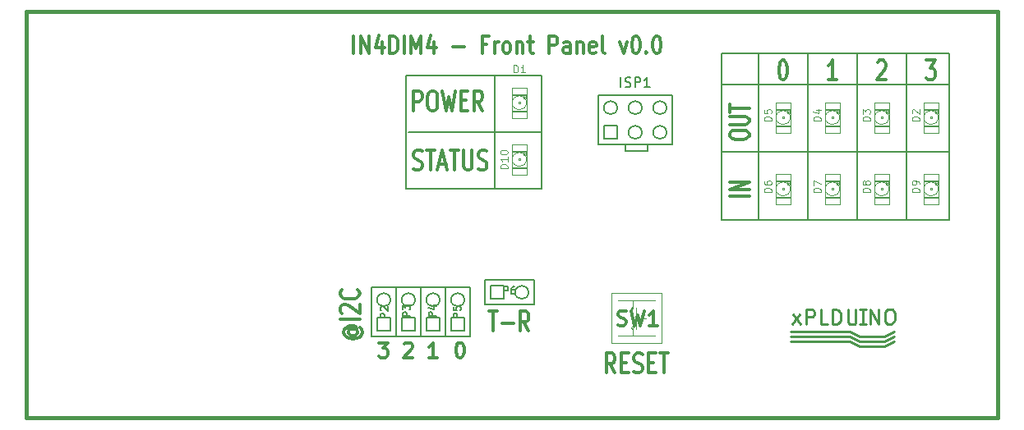
<source format=gto>
G04 (created by PCBNEW (2013-jul-07)-stable) date mer. 26 nov. 2014 20:09:27 CET*
%MOIN*%
G04 Gerber Fmt 3.4, Leading zero omitted, Abs format*
%FSLAX34Y34*%
G01*
G70*
G90*
G04 APERTURE LIST*
%ADD10C,0.00590551*%
%ADD11C,0.00708661*%
%ADD12C,0.012*%
%ADD13C,0.015*%
%ADD14C,0.011811*%
%ADD15C,0.0026*%
%ADD16C,0.004*%
%ADD17C,0.008*%
%ADD18C,0.006*%
%ADD19C,0.003*%
%ADD20C,0.01*%
%ADD21C,0.0035*%
G04 APERTURE END LIST*
G54D10*
G54D11*
X59300Y-33900D02*
X59300Y-38500D01*
X61200Y-33900D02*
X61200Y-38500D01*
X55700Y-38500D02*
X55700Y-33900D01*
X61200Y-38500D02*
X55700Y-38500D01*
X55700Y-33900D02*
X61200Y-33900D01*
X61200Y-36200D02*
X55800Y-36200D01*
X64600Y-36950D02*
X65500Y-36950D01*
X64600Y-36700D02*
X64650Y-36700D01*
X64600Y-36950D02*
X64600Y-36700D01*
X65500Y-36950D02*
X65500Y-36700D01*
G54D12*
X64178Y-45973D02*
X63978Y-45592D01*
X63835Y-45973D02*
X63835Y-45173D01*
X64064Y-45173D01*
X64121Y-45211D01*
X64150Y-45250D01*
X64178Y-45326D01*
X64178Y-45440D01*
X64150Y-45516D01*
X64121Y-45554D01*
X64064Y-45592D01*
X63835Y-45592D01*
X64435Y-45554D02*
X64635Y-45554D01*
X64721Y-45973D02*
X64435Y-45973D01*
X64435Y-45173D01*
X64721Y-45173D01*
X64950Y-45935D02*
X65035Y-45973D01*
X65178Y-45973D01*
X65235Y-45935D01*
X65264Y-45897D01*
X65292Y-45821D01*
X65292Y-45745D01*
X65264Y-45669D01*
X65235Y-45630D01*
X65178Y-45592D01*
X65064Y-45554D01*
X65007Y-45516D01*
X64978Y-45478D01*
X64950Y-45402D01*
X64950Y-45326D01*
X64978Y-45250D01*
X65007Y-45211D01*
X65064Y-45173D01*
X65207Y-45173D01*
X65292Y-45211D01*
X65550Y-45554D02*
X65750Y-45554D01*
X65835Y-45973D02*
X65550Y-45973D01*
X65550Y-45173D01*
X65835Y-45173D01*
X66007Y-45173D02*
X66350Y-45173D01*
X66178Y-45973D02*
X66178Y-45173D01*
X59057Y-43473D02*
X59400Y-43473D01*
X59228Y-44273D02*
X59228Y-43473D01*
X59600Y-43969D02*
X60057Y-43969D01*
X60685Y-44273D02*
X60485Y-43892D01*
X60342Y-44273D02*
X60342Y-43473D01*
X60571Y-43473D01*
X60628Y-43511D01*
X60657Y-43550D01*
X60685Y-43626D01*
X60685Y-43740D01*
X60657Y-43816D01*
X60628Y-43854D01*
X60571Y-43892D01*
X60342Y-43892D01*
X53442Y-44200D02*
X53404Y-44228D01*
X53366Y-44285D01*
X53366Y-44342D01*
X53404Y-44400D01*
X53442Y-44428D01*
X53519Y-44457D01*
X53595Y-44457D01*
X53671Y-44428D01*
X53709Y-44400D01*
X53747Y-44342D01*
X53747Y-44285D01*
X53709Y-44228D01*
X53671Y-44200D01*
X53366Y-44200D02*
X53671Y-44200D01*
X53709Y-44171D01*
X53709Y-44142D01*
X53671Y-44085D01*
X53595Y-44057D01*
X53404Y-44057D01*
X53290Y-44114D01*
X53214Y-44200D01*
X53176Y-44314D01*
X53214Y-44428D01*
X53290Y-44514D01*
X53404Y-44571D01*
X53557Y-44600D01*
X53709Y-44571D01*
X53823Y-44514D01*
X53900Y-44428D01*
X53938Y-44314D01*
X53900Y-44200D01*
X53823Y-44114D01*
X53823Y-43800D02*
X53023Y-43800D01*
X53100Y-43542D02*
X53061Y-43514D01*
X53023Y-43457D01*
X53023Y-43314D01*
X53061Y-43257D01*
X53100Y-43228D01*
X53176Y-43200D01*
X53252Y-43200D01*
X53366Y-43228D01*
X53823Y-43571D01*
X53823Y-43200D01*
X53747Y-42600D02*
X53785Y-42628D01*
X53823Y-42714D01*
X53823Y-42771D01*
X53785Y-42857D01*
X53709Y-42914D01*
X53633Y-42942D01*
X53480Y-42971D01*
X53366Y-42971D01*
X53214Y-42942D01*
X53138Y-42914D01*
X53061Y-42857D01*
X53023Y-42771D01*
X53023Y-42714D01*
X53061Y-42628D01*
X53100Y-42600D01*
X54600Y-44742D02*
X54971Y-44742D01*
X54771Y-44971D01*
X54857Y-44971D01*
X54914Y-45000D01*
X54942Y-45028D01*
X54971Y-45085D01*
X54971Y-45228D01*
X54942Y-45285D01*
X54914Y-45314D01*
X54857Y-45342D01*
X54685Y-45342D01*
X54628Y-45314D01*
X54600Y-45285D01*
X55628Y-44800D02*
X55657Y-44771D01*
X55714Y-44742D01*
X55857Y-44742D01*
X55914Y-44771D01*
X55942Y-44800D01*
X55971Y-44857D01*
X55971Y-44914D01*
X55942Y-45000D01*
X55600Y-45342D01*
X55971Y-45342D01*
X56971Y-45342D02*
X56628Y-45342D01*
X56800Y-45342D02*
X56800Y-44742D01*
X56742Y-44828D01*
X56685Y-44885D01*
X56628Y-44914D01*
G54D11*
X76000Y-39750D02*
X76000Y-33000D01*
X74000Y-33000D02*
X74000Y-39750D01*
X72000Y-39750D02*
X72000Y-33000D01*
X70000Y-33000D02*
X70000Y-39750D01*
X77750Y-33000D02*
X77750Y-39750D01*
X68500Y-33000D02*
X68500Y-39750D01*
X77750Y-33000D02*
X68500Y-33000D01*
X68500Y-37000D02*
X77750Y-37000D01*
X77750Y-34250D02*
X68500Y-34250D01*
X70000Y-39750D02*
X68500Y-39750D01*
X70000Y-39750D02*
X77750Y-39750D01*
G54D12*
X69623Y-38788D02*
X68823Y-38788D01*
X69623Y-38526D02*
X68823Y-38526D01*
X69623Y-38211D01*
X68823Y-38211D01*
X76800Y-33273D02*
X77171Y-33273D01*
X76971Y-33578D01*
X77057Y-33578D01*
X77114Y-33616D01*
X77142Y-33654D01*
X77171Y-33730D01*
X77171Y-33921D01*
X77142Y-33997D01*
X77114Y-34035D01*
X77057Y-34073D01*
X76885Y-34073D01*
X76828Y-34035D01*
X76800Y-33997D01*
X74828Y-33350D02*
X74857Y-33311D01*
X74914Y-33273D01*
X75057Y-33273D01*
X75114Y-33311D01*
X75142Y-33350D01*
X75171Y-33426D01*
X75171Y-33502D01*
X75142Y-33616D01*
X74800Y-34073D01*
X75171Y-34073D01*
X73171Y-34073D02*
X72828Y-34073D01*
X73000Y-34073D02*
X73000Y-33273D01*
X72942Y-33388D01*
X72885Y-33464D01*
X72828Y-33502D01*
X70971Y-33273D02*
X71028Y-33273D01*
X71085Y-33311D01*
X71114Y-33350D01*
X71142Y-33426D01*
X71171Y-33578D01*
X71171Y-33769D01*
X71142Y-33921D01*
X71114Y-33997D01*
X71085Y-34035D01*
X71028Y-34073D01*
X70971Y-34073D01*
X70914Y-34035D01*
X70885Y-33997D01*
X70857Y-33921D01*
X70828Y-33769D01*
X70828Y-33578D01*
X70857Y-33426D01*
X70885Y-33350D01*
X70914Y-33311D01*
X70971Y-33273D01*
X68823Y-36351D02*
X68823Y-36246D01*
X68861Y-36193D01*
X68938Y-36141D01*
X69090Y-36114D01*
X69357Y-36114D01*
X69509Y-36141D01*
X69585Y-36193D01*
X69623Y-36246D01*
X69623Y-36351D01*
X69585Y-36403D01*
X69509Y-36456D01*
X69357Y-36482D01*
X69090Y-36482D01*
X68938Y-36456D01*
X68861Y-36403D01*
X68823Y-36351D01*
X68823Y-35878D02*
X69471Y-35878D01*
X69547Y-35852D01*
X69585Y-35826D01*
X69623Y-35773D01*
X69623Y-35668D01*
X69585Y-35616D01*
X69547Y-35590D01*
X69471Y-35563D01*
X68823Y-35563D01*
X68823Y-35380D02*
X68823Y-35065D01*
X69623Y-35222D02*
X68823Y-35222D01*
X57871Y-44742D02*
X57928Y-44742D01*
X57985Y-44771D01*
X58014Y-44800D01*
X58042Y-44857D01*
X58071Y-44971D01*
X58071Y-45114D01*
X58042Y-45228D01*
X58014Y-45285D01*
X57985Y-45314D01*
X57928Y-45342D01*
X57871Y-45342D01*
X57814Y-45314D01*
X57785Y-45285D01*
X57757Y-45228D01*
X57728Y-45114D01*
X57728Y-44971D01*
X57757Y-44857D01*
X57785Y-44800D01*
X57814Y-44771D01*
X57871Y-44742D01*
X56014Y-37685D02*
X56100Y-37723D01*
X56242Y-37723D01*
X56300Y-37685D01*
X56328Y-37647D01*
X56357Y-37571D01*
X56357Y-37495D01*
X56328Y-37419D01*
X56300Y-37380D01*
X56242Y-37342D01*
X56128Y-37304D01*
X56071Y-37266D01*
X56042Y-37228D01*
X56014Y-37152D01*
X56014Y-37076D01*
X56042Y-37000D01*
X56071Y-36961D01*
X56128Y-36923D01*
X56271Y-36923D01*
X56357Y-36961D01*
X56528Y-36923D02*
X56871Y-36923D01*
X56700Y-37723D02*
X56700Y-36923D01*
X57042Y-37495D02*
X57328Y-37495D01*
X56985Y-37723D02*
X57185Y-36923D01*
X57385Y-37723D01*
X57500Y-36923D02*
X57842Y-36923D01*
X57671Y-37723D02*
X57671Y-36923D01*
X58042Y-36923D02*
X58042Y-37571D01*
X58071Y-37647D01*
X58100Y-37685D01*
X58157Y-37723D01*
X58271Y-37723D01*
X58328Y-37685D01*
X58357Y-37647D01*
X58385Y-37571D01*
X58385Y-36923D01*
X58642Y-37685D02*
X58728Y-37723D01*
X58871Y-37723D01*
X58928Y-37685D01*
X58957Y-37647D01*
X58985Y-37571D01*
X58985Y-37495D01*
X58957Y-37419D01*
X58928Y-37380D01*
X58871Y-37342D01*
X58757Y-37304D01*
X58700Y-37266D01*
X58671Y-37228D01*
X58642Y-37152D01*
X58642Y-37076D01*
X58671Y-37000D01*
X58700Y-36961D01*
X58757Y-36923D01*
X58900Y-36923D01*
X58985Y-36961D01*
X56014Y-35323D02*
X56014Y-34523D01*
X56242Y-34523D01*
X56300Y-34561D01*
X56328Y-34600D01*
X56357Y-34676D01*
X56357Y-34790D01*
X56328Y-34866D01*
X56300Y-34904D01*
X56242Y-34942D01*
X56014Y-34942D01*
X56728Y-34523D02*
X56842Y-34523D01*
X56900Y-34561D01*
X56957Y-34638D01*
X56985Y-34790D01*
X56985Y-35057D01*
X56957Y-35209D01*
X56900Y-35285D01*
X56842Y-35323D01*
X56728Y-35323D01*
X56671Y-35285D01*
X56614Y-35209D01*
X56585Y-35057D01*
X56585Y-34790D01*
X56614Y-34638D01*
X56671Y-34561D01*
X56728Y-34523D01*
X57185Y-34523D02*
X57328Y-35323D01*
X57442Y-34752D01*
X57557Y-35323D01*
X57700Y-34523D01*
X57928Y-34904D02*
X58128Y-34904D01*
X58214Y-35323D02*
X57928Y-35323D01*
X57928Y-34523D01*
X58214Y-34523D01*
X58814Y-35323D02*
X58614Y-34942D01*
X58471Y-35323D02*
X58471Y-34523D01*
X58700Y-34523D01*
X58757Y-34561D01*
X58785Y-34600D01*
X58814Y-34676D01*
X58814Y-34790D01*
X58785Y-34866D01*
X58757Y-34904D01*
X58700Y-34942D01*
X58471Y-34942D01*
G54D13*
X79700Y-47800D02*
X79700Y-31300D01*
X40300Y-47800D02*
X40300Y-31300D01*
X40300Y-31300D02*
X79700Y-31300D01*
G54D14*
X53585Y-32986D02*
X53585Y-32278D01*
X53866Y-32986D02*
X53866Y-32278D01*
X54203Y-32986D01*
X54203Y-32278D01*
X54738Y-32514D02*
X54738Y-32986D01*
X54597Y-32244D02*
X54456Y-32750D01*
X54822Y-32750D01*
X55047Y-32986D02*
X55047Y-32278D01*
X55188Y-32278D01*
X55272Y-32311D01*
X55328Y-32379D01*
X55356Y-32446D01*
X55384Y-32581D01*
X55384Y-32683D01*
X55356Y-32818D01*
X55328Y-32885D01*
X55272Y-32953D01*
X55188Y-32986D01*
X55047Y-32986D01*
X55638Y-32986D02*
X55638Y-32278D01*
X55919Y-32986D02*
X55919Y-32278D01*
X56116Y-32784D01*
X56312Y-32278D01*
X56312Y-32986D01*
X56847Y-32514D02*
X56847Y-32986D01*
X56706Y-32244D02*
X56566Y-32750D01*
X56931Y-32750D01*
X57606Y-32716D02*
X58056Y-32716D01*
X58984Y-32615D02*
X58787Y-32615D01*
X58787Y-32986D02*
X58787Y-32278D01*
X59068Y-32278D01*
X59293Y-32986D02*
X59293Y-32514D01*
X59293Y-32649D02*
X59321Y-32581D01*
X59350Y-32548D01*
X59406Y-32514D01*
X59462Y-32514D01*
X59743Y-32986D02*
X59687Y-32953D01*
X59659Y-32919D01*
X59631Y-32851D01*
X59631Y-32649D01*
X59659Y-32581D01*
X59687Y-32548D01*
X59743Y-32514D01*
X59828Y-32514D01*
X59884Y-32548D01*
X59912Y-32581D01*
X59940Y-32649D01*
X59940Y-32851D01*
X59912Y-32919D01*
X59884Y-32953D01*
X59828Y-32986D01*
X59743Y-32986D01*
X60193Y-32514D02*
X60193Y-32986D01*
X60193Y-32581D02*
X60221Y-32548D01*
X60278Y-32514D01*
X60362Y-32514D01*
X60418Y-32548D01*
X60446Y-32615D01*
X60446Y-32986D01*
X60643Y-32514D02*
X60868Y-32514D01*
X60728Y-32278D02*
X60728Y-32885D01*
X60756Y-32953D01*
X60812Y-32986D01*
X60868Y-32986D01*
X61515Y-32986D02*
X61515Y-32278D01*
X61740Y-32278D01*
X61796Y-32311D01*
X61824Y-32345D01*
X61852Y-32413D01*
X61852Y-32514D01*
X61824Y-32581D01*
X61796Y-32615D01*
X61740Y-32649D01*
X61515Y-32649D01*
X62359Y-32986D02*
X62359Y-32615D01*
X62330Y-32548D01*
X62274Y-32514D01*
X62162Y-32514D01*
X62105Y-32548D01*
X62359Y-32953D02*
X62302Y-32986D01*
X62162Y-32986D01*
X62105Y-32953D01*
X62077Y-32885D01*
X62077Y-32818D01*
X62105Y-32750D01*
X62162Y-32716D01*
X62302Y-32716D01*
X62359Y-32683D01*
X62640Y-32514D02*
X62640Y-32986D01*
X62640Y-32581D02*
X62668Y-32548D01*
X62724Y-32514D01*
X62808Y-32514D01*
X62865Y-32548D01*
X62893Y-32615D01*
X62893Y-32986D01*
X63399Y-32953D02*
X63343Y-32986D01*
X63230Y-32986D01*
X63174Y-32953D01*
X63146Y-32885D01*
X63146Y-32615D01*
X63174Y-32548D01*
X63230Y-32514D01*
X63343Y-32514D01*
X63399Y-32548D01*
X63427Y-32615D01*
X63427Y-32683D01*
X63146Y-32750D01*
X63765Y-32986D02*
X63708Y-32953D01*
X63680Y-32885D01*
X63680Y-32278D01*
X64383Y-32514D02*
X64524Y-32986D01*
X64665Y-32514D01*
X65002Y-32278D02*
X65058Y-32278D01*
X65114Y-32311D01*
X65143Y-32345D01*
X65171Y-32413D01*
X65199Y-32548D01*
X65199Y-32716D01*
X65171Y-32851D01*
X65143Y-32919D01*
X65114Y-32953D01*
X65058Y-32986D01*
X65002Y-32986D01*
X64946Y-32953D01*
X64918Y-32919D01*
X64889Y-32851D01*
X64861Y-32716D01*
X64861Y-32548D01*
X64889Y-32413D01*
X64918Y-32345D01*
X64946Y-32311D01*
X65002Y-32278D01*
X65452Y-32919D02*
X65480Y-32953D01*
X65452Y-32986D01*
X65424Y-32953D01*
X65452Y-32919D01*
X65452Y-32986D01*
X65846Y-32278D02*
X65902Y-32278D01*
X65958Y-32311D01*
X65986Y-32345D01*
X66014Y-32413D01*
X66042Y-32548D01*
X66042Y-32716D01*
X66014Y-32851D01*
X65986Y-32919D01*
X65958Y-32953D01*
X65902Y-32986D01*
X65846Y-32986D01*
X65789Y-32953D01*
X65761Y-32919D01*
X65733Y-32851D01*
X65705Y-32716D01*
X65705Y-32548D01*
X65733Y-32413D01*
X65761Y-32345D01*
X65789Y-32311D01*
X65846Y-32278D01*
G54D13*
X40300Y-47800D02*
X79700Y-47800D01*
G54D15*
X60339Y-35039D02*
X60339Y-34961D01*
X60339Y-34961D02*
X60261Y-34961D01*
X60261Y-35039D02*
X60261Y-34961D01*
X60339Y-35039D02*
X60261Y-35039D01*
X60575Y-34823D02*
X60575Y-34686D01*
X60575Y-34686D02*
X60477Y-34686D01*
X60477Y-34823D02*
X60477Y-34686D01*
X60575Y-34823D02*
X60477Y-34823D01*
X60575Y-34686D02*
X60575Y-34646D01*
X60575Y-34646D02*
X60104Y-34646D01*
X60104Y-34686D02*
X60104Y-34646D01*
X60575Y-34686D02*
X60104Y-34686D01*
X60084Y-34686D02*
X60084Y-34646D01*
X60084Y-34646D02*
X60025Y-34646D01*
X60025Y-34686D02*
X60025Y-34646D01*
X60084Y-34686D02*
X60025Y-34686D01*
X60575Y-35354D02*
X60575Y-35314D01*
X60575Y-35314D02*
X60104Y-35314D01*
X60104Y-35354D02*
X60104Y-35314D01*
X60575Y-35354D02*
X60104Y-35354D01*
X60084Y-35354D02*
X60084Y-35314D01*
X60084Y-35314D02*
X60025Y-35314D01*
X60025Y-35354D02*
X60025Y-35314D01*
X60084Y-35354D02*
X60025Y-35354D01*
X60575Y-34823D02*
X60575Y-34764D01*
X60575Y-34764D02*
X60477Y-34764D01*
X60477Y-34823D02*
X60477Y-34764D01*
X60575Y-34823D02*
X60477Y-34823D01*
G54D16*
X60595Y-34390D02*
X60595Y-35610D01*
X60595Y-35610D02*
X60005Y-35610D01*
X60005Y-35610D02*
X60005Y-34390D01*
X60005Y-34390D02*
X60595Y-34390D01*
X60496Y-35215D02*
G75*
G03X60495Y-34783I-196J215D01*
G74*
G01*
X60103Y-35215D02*
G75*
G03X60495Y-35216I196J215D01*
G74*
G01*
X60103Y-34784D02*
G75*
G03X60104Y-35216I196J-215D01*
G74*
G01*
X60496Y-34784D02*
G75*
G03X60104Y-34783I-196J-215D01*
G74*
G01*
G54D15*
X77039Y-35639D02*
X77039Y-35561D01*
X77039Y-35561D02*
X76961Y-35561D01*
X76961Y-35639D02*
X76961Y-35561D01*
X77039Y-35639D02*
X76961Y-35639D01*
X77275Y-35423D02*
X77275Y-35286D01*
X77275Y-35286D02*
X77177Y-35286D01*
X77177Y-35423D02*
X77177Y-35286D01*
X77275Y-35423D02*
X77177Y-35423D01*
X77275Y-35286D02*
X77275Y-35246D01*
X77275Y-35246D02*
X76804Y-35246D01*
X76804Y-35286D02*
X76804Y-35246D01*
X77275Y-35286D02*
X76804Y-35286D01*
X76784Y-35286D02*
X76784Y-35246D01*
X76784Y-35246D02*
X76725Y-35246D01*
X76725Y-35286D02*
X76725Y-35246D01*
X76784Y-35286D02*
X76725Y-35286D01*
X77275Y-35954D02*
X77275Y-35914D01*
X77275Y-35914D02*
X76804Y-35914D01*
X76804Y-35954D02*
X76804Y-35914D01*
X77275Y-35954D02*
X76804Y-35954D01*
X76784Y-35954D02*
X76784Y-35914D01*
X76784Y-35914D02*
X76725Y-35914D01*
X76725Y-35954D02*
X76725Y-35914D01*
X76784Y-35954D02*
X76725Y-35954D01*
X77275Y-35423D02*
X77275Y-35364D01*
X77275Y-35364D02*
X77177Y-35364D01*
X77177Y-35423D02*
X77177Y-35364D01*
X77275Y-35423D02*
X77177Y-35423D01*
G54D16*
X77295Y-34990D02*
X77295Y-36210D01*
X77295Y-36210D02*
X76705Y-36210D01*
X76705Y-36210D02*
X76705Y-34990D01*
X76705Y-34990D02*
X77295Y-34990D01*
X77196Y-35815D02*
G75*
G03X77195Y-35383I-196J215D01*
G74*
G01*
X76803Y-35815D02*
G75*
G03X77195Y-35816I196J215D01*
G74*
G01*
X76803Y-35384D02*
G75*
G03X76804Y-35816I196J-215D01*
G74*
G01*
X77196Y-35384D02*
G75*
G03X76804Y-35383I-196J-215D01*
G74*
G01*
G54D15*
X75039Y-35639D02*
X75039Y-35561D01*
X75039Y-35561D02*
X74961Y-35561D01*
X74961Y-35639D02*
X74961Y-35561D01*
X75039Y-35639D02*
X74961Y-35639D01*
X75275Y-35423D02*
X75275Y-35286D01*
X75275Y-35286D02*
X75177Y-35286D01*
X75177Y-35423D02*
X75177Y-35286D01*
X75275Y-35423D02*
X75177Y-35423D01*
X75275Y-35286D02*
X75275Y-35246D01*
X75275Y-35246D02*
X74804Y-35246D01*
X74804Y-35286D02*
X74804Y-35246D01*
X75275Y-35286D02*
X74804Y-35286D01*
X74784Y-35286D02*
X74784Y-35246D01*
X74784Y-35246D02*
X74725Y-35246D01*
X74725Y-35286D02*
X74725Y-35246D01*
X74784Y-35286D02*
X74725Y-35286D01*
X75275Y-35954D02*
X75275Y-35914D01*
X75275Y-35914D02*
X74804Y-35914D01*
X74804Y-35954D02*
X74804Y-35914D01*
X75275Y-35954D02*
X74804Y-35954D01*
X74784Y-35954D02*
X74784Y-35914D01*
X74784Y-35914D02*
X74725Y-35914D01*
X74725Y-35954D02*
X74725Y-35914D01*
X74784Y-35954D02*
X74725Y-35954D01*
X75275Y-35423D02*
X75275Y-35364D01*
X75275Y-35364D02*
X75177Y-35364D01*
X75177Y-35423D02*
X75177Y-35364D01*
X75275Y-35423D02*
X75177Y-35423D01*
G54D16*
X75295Y-34990D02*
X75295Y-36210D01*
X75295Y-36210D02*
X74705Y-36210D01*
X74705Y-36210D02*
X74705Y-34990D01*
X74705Y-34990D02*
X75295Y-34990D01*
X75196Y-35815D02*
G75*
G03X75195Y-35383I-196J215D01*
G74*
G01*
X74803Y-35815D02*
G75*
G03X75195Y-35816I196J215D01*
G74*
G01*
X74803Y-35384D02*
G75*
G03X74804Y-35816I196J-215D01*
G74*
G01*
X75196Y-35384D02*
G75*
G03X74804Y-35383I-196J-215D01*
G74*
G01*
G54D15*
X73039Y-35639D02*
X73039Y-35561D01*
X73039Y-35561D02*
X72961Y-35561D01*
X72961Y-35639D02*
X72961Y-35561D01*
X73039Y-35639D02*
X72961Y-35639D01*
X73275Y-35423D02*
X73275Y-35286D01*
X73275Y-35286D02*
X73177Y-35286D01*
X73177Y-35423D02*
X73177Y-35286D01*
X73275Y-35423D02*
X73177Y-35423D01*
X73275Y-35286D02*
X73275Y-35246D01*
X73275Y-35246D02*
X72804Y-35246D01*
X72804Y-35286D02*
X72804Y-35246D01*
X73275Y-35286D02*
X72804Y-35286D01*
X72784Y-35286D02*
X72784Y-35246D01*
X72784Y-35246D02*
X72725Y-35246D01*
X72725Y-35286D02*
X72725Y-35246D01*
X72784Y-35286D02*
X72725Y-35286D01*
X73275Y-35954D02*
X73275Y-35914D01*
X73275Y-35914D02*
X72804Y-35914D01*
X72804Y-35954D02*
X72804Y-35914D01*
X73275Y-35954D02*
X72804Y-35954D01*
X72784Y-35954D02*
X72784Y-35914D01*
X72784Y-35914D02*
X72725Y-35914D01*
X72725Y-35954D02*
X72725Y-35914D01*
X72784Y-35954D02*
X72725Y-35954D01*
X73275Y-35423D02*
X73275Y-35364D01*
X73275Y-35364D02*
X73177Y-35364D01*
X73177Y-35423D02*
X73177Y-35364D01*
X73275Y-35423D02*
X73177Y-35423D01*
G54D16*
X73295Y-34990D02*
X73295Y-36210D01*
X73295Y-36210D02*
X72705Y-36210D01*
X72705Y-36210D02*
X72705Y-34990D01*
X72705Y-34990D02*
X73295Y-34990D01*
X73196Y-35815D02*
G75*
G03X73195Y-35383I-196J215D01*
G74*
G01*
X72803Y-35815D02*
G75*
G03X73195Y-35816I196J215D01*
G74*
G01*
X72803Y-35384D02*
G75*
G03X72804Y-35816I196J-215D01*
G74*
G01*
X73196Y-35384D02*
G75*
G03X72804Y-35383I-196J-215D01*
G74*
G01*
G54D15*
X71039Y-35639D02*
X71039Y-35561D01*
X71039Y-35561D02*
X70961Y-35561D01*
X70961Y-35639D02*
X70961Y-35561D01*
X71039Y-35639D02*
X70961Y-35639D01*
X71275Y-35423D02*
X71275Y-35286D01*
X71275Y-35286D02*
X71177Y-35286D01*
X71177Y-35423D02*
X71177Y-35286D01*
X71275Y-35423D02*
X71177Y-35423D01*
X71275Y-35286D02*
X71275Y-35246D01*
X71275Y-35246D02*
X70804Y-35246D01*
X70804Y-35286D02*
X70804Y-35246D01*
X71275Y-35286D02*
X70804Y-35286D01*
X70784Y-35286D02*
X70784Y-35246D01*
X70784Y-35246D02*
X70725Y-35246D01*
X70725Y-35286D02*
X70725Y-35246D01*
X70784Y-35286D02*
X70725Y-35286D01*
X71275Y-35954D02*
X71275Y-35914D01*
X71275Y-35914D02*
X70804Y-35914D01*
X70804Y-35954D02*
X70804Y-35914D01*
X71275Y-35954D02*
X70804Y-35954D01*
X70784Y-35954D02*
X70784Y-35914D01*
X70784Y-35914D02*
X70725Y-35914D01*
X70725Y-35954D02*
X70725Y-35914D01*
X70784Y-35954D02*
X70725Y-35954D01*
X71275Y-35423D02*
X71275Y-35364D01*
X71275Y-35364D02*
X71177Y-35364D01*
X71177Y-35423D02*
X71177Y-35364D01*
X71275Y-35423D02*
X71177Y-35423D01*
G54D16*
X71295Y-34990D02*
X71295Y-36210D01*
X71295Y-36210D02*
X70705Y-36210D01*
X70705Y-36210D02*
X70705Y-34990D01*
X70705Y-34990D02*
X71295Y-34990D01*
X71196Y-35815D02*
G75*
G03X71195Y-35383I-196J215D01*
G74*
G01*
X70803Y-35815D02*
G75*
G03X71195Y-35816I196J215D01*
G74*
G01*
X70803Y-35384D02*
G75*
G03X70804Y-35816I196J-215D01*
G74*
G01*
X71196Y-35384D02*
G75*
G03X70804Y-35383I-196J-215D01*
G74*
G01*
G54D15*
X71039Y-38539D02*
X71039Y-38461D01*
X71039Y-38461D02*
X70961Y-38461D01*
X70961Y-38539D02*
X70961Y-38461D01*
X71039Y-38539D02*
X70961Y-38539D01*
X71275Y-38323D02*
X71275Y-38186D01*
X71275Y-38186D02*
X71177Y-38186D01*
X71177Y-38323D02*
X71177Y-38186D01*
X71275Y-38323D02*
X71177Y-38323D01*
X71275Y-38186D02*
X71275Y-38146D01*
X71275Y-38146D02*
X70804Y-38146D01*
X70804Y-38186D02*
X70804Y-38146D01*
X71275Y-38186D02*
X70804Y-38186D01*
X70784Y-38186D02*
X70784Y-38146D01*
X70784Y-38146D02*
X70725Y-38146D01*
X70725Y-38186D02*
X70725Y-38146D01*
X70784Y-38186D02*
X70725Y-38186D01*
X71275Y-38854D02*
X71275Y-38814D01*
X71275Y-38814D02*
X70804Y-38814D01*
X70804Y-38854D02*
X70804Y-38814D01*
X71275Y-38854D02*
X70804Y-38854D01*
X70784Y-38854D02*
X70784Y-38814D01*
X70784Y-38814D02*
X70725Y-38814D01*
X70725Y-38854D02*
X70725Y-38814D01*
X70784Y-38854D02*
X70725Y-38854D01*
X71275Y-38323D02*
X71275Y-38264D01*
X71275Y-38264D02*
X71177Y-38264D01*
X71177Y-38323D02*
X71177Y-38264D01*
X71275Y-38323D02*
X71177Y-38323D01*
G54D16*
X71295Y-37890D02*
X71295Y-39110D01*
X71295Y-39110D02*
X70705Y-39110D01*
X70705Y-39110D02*
X70705Y-37890D01*
X70705Y-37890D02*
X71295Y-37890D01*
X71196Y-38715D02*
G75*
G03X71195Y-38283I-196J215D01*
G74*
G01*
X70803Y-38715D02*
G75*
G03X71195Y-38716I196J215D01*
G74*
G01*
X70803Y-38284D02*
G75*
G03X70804Y-38716I196J-215D01*
G74*
G01*
X71196Y-38284D02*
G75*
G03X70804Y-38283I-196J-215D01*
G74*
G01*
G54D15*
X73039Y-38539D02*
X73039Y-38461D01*
X73039Y-38461D02*
X72961Y-38461D01*
X72961Y-38539D02*
X72961Y-38461D01*
X73039Y-38539D02*
X72961Y-38539D01*
X73275Y-38323D02*
X73275Y-38186D01*
X73275Y-38186D02*
X73177Y-38186D01*
X73177Y-38323D02*
X73177Y-38186D01*
X73275Y-38323D02*
X73177Y-38323D01*
X73275Y-38186D02*
X73275Y-38146D01*
X73275Y-38146D02*
X72804Y-38146D01*
X72804Y-38186D02*
X72804Y-38146D01*
X73275Y-38186D02*
X72804Y-38186D01*
X72784Y-38186D02*
X72784Y-38146D01*
X72784Y-38146D02*
X72725Y-38146D01*
X72725Y-38186D02*
X72725Y-38146D01*
X72784Y-38186D02*
X72725Y-38186D01*
X73275Y-38854D02*
X73275Y-38814D01*
X73275Y-38814D02*
X72804Y-38814D01*
X72804Y-38854D02*
X72804Y-38814D01*
X73275Y-38854D02*
X72804Y-38854D01*
X72784Y-38854D02*
X72784Y-38814D01*
X72784Y-38814D02*
X72725Y-38814D01*
X72725Y-38854D02*
X72725Y-38814D01*
X72784Y-38854D02*
X72725Y-38854D01*
X73275Y-38323D02*
X73275Y-38264D01*
X73275Y-38264D02*
X73177Y-38264D01*
X73177Y-38323D02*
X73177Y-38264D01*
X73275Y-38323D02*
X73177Y-38323D01*
G54D16*
X73295Y-37890D02*
X73295Y-39110D01*
X73295Y-39110D02*
X72705Y-39110D01*
X72705Y-39110D02*
X72705Y-37890D01*
X72705Y-37890D02*
X73295Y-37890D01*
X73196Y-38715D02*
G75*
G03X73195Y-38283I-196J215D01*
G74*
G01*
X72803Y-38715D02*
G75*
G03X73195Y-38716I196J215D01*
G74*
G01*
X72803Y-38284D02*
G75*
G03X72804Y-38716I196J-215D01*
G74*
G01*
X73196Y-38284D02*
G75*
G03X72804Y-38283I-196J-215D01*
G74*
G01*
G54D15*
X75039Y-38539D02*
X75039Y-38461D01*
X75039Y-38461D02*
X74961Y-38461D01*
X74961Y-38539D02*
X74961Y-38461D01*
X75039Y-38539D02*
X74961Y-38539D01*
X75275Y-38323D02*
X75275Y-38186D01*
X75275Y-38186D02*
X75177Y-38186D01*
X75177Y-38323D02*
X75177Y-38186D01*
X75275Y-38323D02*
X75177Y-38323D01*
X75275Y-38186D02*
X75275Y-38146D01*
X75275Y-38146D02*
X74804Y-38146D01*
X74804Y-38186D02*
X74804Y-38146D01*
X75275Y-38186D02*
X74804Y-38186D01*
X74784Y-38186D02*
X74784Y-38146D01*
X74784Y-38146D02*
X74725Y-38146D01*
X74725Y-38186D02*
X74725Y-38146D01*
X74784Y-38186D02*
X74725Y-38186D01*
X75275Y-38854D02*
X75275Y-38814D01*
X75275Y-38814D02*
X74804Y-38814D01*
X74804Y-38854D02*
X74804Y-38814D01*
X75275Y-38854D02*
X74804Y-38854D01*
X74784Y-38854D02*
X74784Y-38814D01*
X74784Y-38814D02*
X74725Y-38814D01*
X74725Y-38854D02*
X74725Y-38814D01*
X74784Y-38854D02*
X74725Y-38854D01*
X75275Y-38323D02*
X75275Y-38264D01*
X75275Y-38264D02*
X75177Y-38264D01*
X75177Y-38323D02*
X75177Y-38264D01*
X75275Y-38323D02*
X75177Y-38323D01*
G54D16*
X75295Y-37890D02*
X75295Y-39110D01*
X75295Y-39110D02*
X74705Y-39110D01*
X74705Y-39110D02*
X74705Y-37890D01*
X74705Y-37890D02*
X75295Y-37890D01*
X75196Y-38715D02*
G75*
G03X75195Y-38283I-196J215D01*
G74*
G01*
X74803Y-38715D02*
G75*
G03X75195Y-38716I196J215D01*
G74*
G01*
X74803Y-38284D02*
G75*
G03X74804Y-38716I196J-215D01*
G74*
G01*
X75196Y-38284D02*
G75*
G03X74804Y-38283I-196J-215D01*
G74*
G01*
G54D15*
X77039Y-38539D02*
X77039Y-38461D01*
X77039Y-38461D02*
X76961Y-38461D01*
X76961Y-38539D02*
X76961Y-38461D01*
X77039Y-38539D02*
X76961Y-38539D01*
X77275Y-38323D02*
X77275Y-38186D01*
X77275Y-38186D02*
X77177Y-38186D01*
X77177Y-38323D02*
X77177Y-38186D01*
X77275Y-38323D02*
X77177Y-38323D01*
X77275Y-38186D02*
X77275Y-38146D01*
X77275Y-38146D02*
X76804Y-38146D01*
X76804Y-38186D02*
X76804Y-38146D01*
X77275Y-38186D02*
X76804Y-38186D01*
X76784Y-38186D02*
X76784Y-38146D01*
X76784Y-38146D02*
X76725Y-38146D01*
X76725Y-38186D02*
X76725Y-38146D01*
X76784Y-38186D02*
X76725Y-38186D01*
X77275Y-38854D02*
X77275Y-38814D01*
X77275Y-38814D02*
X76804Y-38814D01*
X76804Y-38854D02*
X76804Y-38814D01*
X77275Y-38854D02*
X76804Y-38854D01*
X76784Y-38854D02*
X76784Y-38814D01*
X76784Y-38814D02*
X76725Y-38814D01*
X76725Y-38854D02*
X76725Y-38814D01*
X76784Y-38854D02*
X76725Y-38854D01*
X77275Y-38323D02*
X77275Y-38264D01*
X77275Y-38264D02*
X77177Y-38264D01*
X77177Y-38323D02*
X77177Y-38264D01*
X77275Y-38323D02*
X77177Y-38323D01*
G54D16*
X77295Y-37890D02*
X77295Y-39110D01*
X77295Y-39110D02*
X76705Y-39110D01*
X76705Y-39110D02*
X76705Y-37890D01*
X76705Y-37890D02*
X77295Y-37890D01*
X77196Y-38715D02*
G75*
G03X77195Y-38283I-196J215D01*
G74*
G01*
X76803Y-38715D02*
G75*
G03X77195Y-38716I196J215D01*
G74*
G01*
X76803Y-38284D02*
G75*
G03X76804Y-38716I196J-215D01*
G74*
G01*
X77196Y-38284D02*
G75*
G03X76804Y-38283I-196J-215D01*
G74*
G01*
G54D15*
X60339Y-37339D02*
X60339Y-37261D01*
X60339Y-37261D02*
X60261Y-37261D01*
X60261Y-37339D02*
X60261Y-37261D01*
X60339Y-37339D02*
X60261Y-37339D01*
X60575Y-37123D02*
X60575Y-36986D01*
X60575Y-36986D02*
X60477Y-36986D01*
X60477Y-37123D02*
X60477Y-36986D01*
X60575Y-37123D02*
X60477Y-37123D01*
X60575Y-36986D02*
X60575Y-36946D01*
X60575Y-36946D02*
X60104Y-36946D01*
X60104Y-36986D02*
X60104Y-36946D01*
X60575Y-36986D02*
X60104Y-36986D01*
X60084Y-36986D02*
X60084Y-36946D01*
X60084Y-36946D02*
X60025Y-36946D01*
X60025Y-36986D02*
X60025Y-36946D01*
X60084Y-36986D02*
X60025Y-36986D01*
X60575Y-37654D02*
X60575Y-37614D01*
X60575Y-37614D02*
X60104Y-37614D01*
X60104Y-37654D02*
X60104Y-37614D01*
X60575Y-37654D02*
X60104Y-37654D01*
X60084Y-37654D02*
X60084Y-37614D01*
X60084Y-37614D02*
X60025Y-37614D01*
X60025Y-37654D02*
X60025Y-37614D01*
X60084Y-37654D02*
X60025Y-37654D01*
X60575Y-37123D02*
X60575Y-37064D01*
X60575Y-37064D02*
X60477Y-37064D01*
X60477Y-37123D02*
X60477Y-37064D01*
X60575Y-37123D02*
X60477Y-37123D01*
G54D16*
X60595Y-36690D02*
X60595Y-37910D01*
X60595Y-37910D02*
X60005Y-37910D01*
X60005Y-37910D02*
X60005Y-36690D01*
X60005Y-36690D02*
X60595Y-36690D01*
X60496Y-37515D02*
G75*
G03X60495Y-37083I-196J215D01*
G74*
G01*
X60103Y-37515D02*
G75*
G03X60495Y-37516I196J215D01*
G74*
G01*
X60103Y-37084D02*
G75*
G03X60104Y-37516I196J-215D01*
G74*
G01*
X60496Y-37084D02*
G75*
G03X60104Y-37083I-196J-215D01*
G74*
G01*
G54D17*
X66500Y-36700D02*
X63500Y-36700D01*
X63500Y-34700D02*
X66500Y-34700D01*
X66500Y-34700D02*
X66500Y-36700D01*
X63500Y-36700D02*
X63500Y-34700D01*
G54D18*
X55300Y-44500D02*
X54300Y-44500D01*
X54300Y-44500D02*
X54300Y-42500D01*
X54300Y-42500D02*
X55300Y-42500D01*
X55300Y-42500D02*
X55300Y-44500D01*
X56300Y-44500D02*
X55300Y-44500D01*
X55300Y-44500D02*
X55300Y-42500D01*
X55300Y-42500D02*
X56300Y-42500D01*
X56300Y-42500D02*
X56300Y-44500D01*
X57300Y-44500D02*
X56300Y-44500D01*
X56300Y-44500D02*
X56300Y-42500D01*
X56300Y-42500D02*
X57300Y-42500D01*
X57300Y-42500D02*
X57300Y-44500D01*
X58300Y-44500D02*
X57300Y-44500D01*
X57300Y-44500D02*
X57300Y-42500D01*
X57300Y-42500D02*
X58300Y-42500D01*
X58300Y-42500D02*
X58300Y-44500D01*
G54D19*
X64893Y-43356D02*
X64893Y-43041D01*
X65798Y-43041D02*
X64302Y-43041D01*
X64893Y-44144D02*
X64893Y-44459D01*
X65798Y-44459D02*
X64302Y-44459D01*
X64948Y-43356D02*
G75*
G03X64948Y-43356I-55J0D01*
G74*
G01*
X64949Y-44144D02*
G75*
G03X64949Y-44144I-56J0D01*
G74*
G01*
X65050Y-43750D02*
X65444Y-43750D01*
X65050Y-44183D02*
X65050Y-43317D01*
X66074Y-44774D02*
X64026Y-44774D01*
X64026Y-44774D02*
X64026Y-42726D01*
X64026Y-42726D02*
X66074Y-42726D01*
X66074Y-42726D02*
X66074Y-44774D01*
G54D18*
X58900Y-43200D02*
X58900Y-42200D01*
X58900Y-42200D02*
X60900Y-42200D01*
X60900Y-42200D02*
X60900Y-43200D01*
X60900Y-43200D02*
X58900Y-43200D01*
G54D20*
X71300Y-44700D02*
X73700Y-44700D01*
X73700Y-44700D02*
X74100Y-44900D01*
X74100Y-44900D02*
X75100Y-44900D01*
X75100Y-44900D02*
X75500Y-44700D01*
X71300Y-44500D02*
X73700Y-44500D01*
X73700Y-44500D02*
X74100Y-44700D01*
X74100Y-44700D02*
X75100Y-44700D01*
X75100Y-44700D02*
X75500Y-44500D01*
X75100Y-44500D02*
X75500Y-44300D01*
X74100Y-44500D02*
X75100Y-44500D01*
X73700Y-44300D02*
X74100Y-44500D01*
X71300Y-44300D02*
X73700Y-44300D01*
X71300Y-44300D02*
X73700Y-44300D01*
X73700Y-44300D02*
X74100Y-44500D01*
X74100Y-44500D02*
X75100Y-44500D01*
X75100Y-44500D02*
X75500Y-44300D01*
X75100Y-44500D02*
X75500Y-44300D01*
X74100Y-44500D02*
X75100Y-44500D01*
X73700Y-44300D02*
X74100Y-44500D01*
X71300Y-44300D02*
X73700Y-44300D01*
X71300Y-44300D02*
X73700Y-44300D01*
X73700Y-44300D02*
X74100Y-44500D01*
X74100Y-44500D02*
X75100Y-44500D01*
X75100Y-44500D02*
X75500Y-44300D01*
X75100Y-44500D02*
X75500Y-44300D01*
X74100Y-44500D02*
X75100Y-44500D01*
X73700Y-44300D02*
X74100Y-44500D01*
X71300Y-44300D02*
X73700Y-44300D01*
X71300Y-44300D02*
X73700Y-44300D01*
X73700Y-44300D02*
X74100Y-44500D01*
X74100Y-44500D02*
X75100Y-44500D01*
X75100Y-44500D02*
X75500Y-44300D01*
X75100Y-44500D02*
X75500Y-44300D01*
X74100Y-44500D02*
X75100Y-44500D01*
X73700Y-44300D02*
X74100Y-44500D01*
X71300Y-44300D02*
X73700Y-44300D01*
X71300Y-44300D02*
X73700Y-44300D01*
X73700Y-44300D02*
X74100Y-44500D01*
X74100Y-44500D02*
X75100Y-44500D01*
X75100Y-44500D02*
X75500Y-44300D01*
X75375Y-44000D02*
X75475Y-43925D01*
X75150Y-43900D02*
X75250Y-44000D01*
X74325Y-44000D02*
X74375Y-44000D01*
X74100Y-44000D02*
X74350Y-44000D01*
X74100Y-43400D02*
X74375Y-43400D01*
X74250Y-43975D02*
X74250Y-43450D01*
X75125Y-43800D02*
X75150Y-43900D01*
X75250Y-44000D02*
X75375Y-44000D01*
X75525Y-43775D02*
X75500Y-43900D01*
X75125Y-43575D02*
X75150Y-43475D01*
X75150Y-43475D02*
X75225Y-43400D01*
X75225Y-43400D02*
X75275Y-43375D01*
X75275Y-43375D02*
X75375Y-43375D01*
X75375Y-43375D02*
X75425Y-43400D01*
X75425Y-43400D02*
X75475Y-43425D01*
X75475Y-43425D02*
X75500Y-43475D01*
X75500Y-43475D02*
X75525Y-43550D01*
X75525Y-43550D02*
X75525Y-43600D01*
X75525Y-43600D02*
X75525Y-43775D01*
X75125Y-43600D02*
X75125Y-43800D01*
X74525Y-44000D02*
X74525Y-43375D01*
X74525Y-43400D02*
X74875Y-44000D01*
X74875Y-44000D02*
X74875Y-43375D01*
X73625Y-43400D02*
X73625Y-43875D01*
X73625Y-43875D02*
X73650Y-43925D01*
X73650Y-43925D02*
X73675Y-43950D01*
X73675Y-43950D02*
X73700Y-43975D01*
X73700Y-43975D02*
X73750Y-44000D01*
X73750Y-44000D02*
X73800Y-44000D01*
X73800Y-44000D02*
X73850Y-44000D01*
X73850Y-44000D02*
X73900Y-43975D01*
X73900Y-43975D02*
X73925Y-43950D01*
X73925Y-43950D02*
X73950Y-43925D01*
X73950Y-43925D02*
X73950Y-43875D01*
X73950Y-43875D02*
X73950Y-43400D01*
X73025Y-43400D02*
X73150Y-43400D01*
X73150Y-43400D02*
X73250Y-43425D01*
X73250Y-43425D02*
X73300Y-43475D01*
X73300Y-43475D02*
X73325Y-43550D01*
X73325Y-43550D02*
X73350Y-43650D01*
X73350Y-43650D02*
X73350Y-43725D01*
X73350Y-43725D02*
X73350Y-43775D01*
X73350Y-43775D02*
X73325Y-43850D01*
X73325Y-43850D02*
X73300Y-43900D01*
X73300Y-43900D02*
X73250Y-43950D01*
X73250Y-43950D02*
X73175Y-44000D01*
X73175Y-44000D02*
X73125Y-44000D01*
X73125Y-44000D02*
X73000Y-44000D01*
X73000Y-44000D02*
X73000Y-43400D01*
X72525Y-43400D02*
X72525Y-44000D01*
X72525Y-44000D02*
X72800Y-44000D01*
X71925Y-43400D02*
X71950Y-43400D01*
X71950Y-43400D02*
X72175Y-43400D01*
X72175Y-43400D02*
X72225Y-43425D01*
X72225Y-43425D02*
X72250Y-43450D01*
X72250Y-43450D02*
X72275Y-43500D01*
X72275Y-43500D02*
X72275Y-43550D01*
X72275Y-43550D02*
X72275Y-43600D01*
X72275Y-43600D02*
X72250Y-43650D01*
X72250Y-43650D02*
X72200Y-43675D01*
X72200Y-43675D02*
X72150Y-43700D01*
X72150Y-43700D02*
X71925Y-43700D01*
X71925Y-43975D02*
X71925Y-43400D01*
X71400Y-43600D02*
X71700Y-44000D01*
X71375Y-44000D02*
X71675Y-43600D01*
G54D10*
X63729Y-35929D02*
X63729Y-36470D01*
X64270Y-36470D01*
X64270Y-35929D01*
X63729Y-35929D01*
X64270Y-35200D02*
G75*
G03X64270Y-35200I-270J0D01*
G74*
G01*
X65270Y-36200D02*
G75*
G03X65270Y-36200I-270J0D01*
G74*
G01*
X65270Y-35200D02*
G75*
G03X65270Y-35200I-270J0D01*
G74*
G01*
X66270Y-36200D02*
G75*
G03X66270Y-36200I-270J0D01*
G74*
G01*
X66270Y-35200D02*
G75*
G03X66270Y-35200I-270J0D01*
G74*
G01*
X54529Y-43729D02*
X54529Y-44270D01*
X55070Y-44270D01*
X55070Y-43729D01*
X54529Y-43729D01*
X55070Y-43000D02*
G75*
G03X55070Y-43000I-270J0D01*
G74*
G01*
X55529Y-43729D02*
X55529Y-44270D01*
X56070Y-44270D01*
X56070Y-43729D01*
X55529Y-43729D01*
X56070Y-43000D02*
G75*
G03X56070Y-43000I-270J0D01*
G74*
G01*
X56529Y-43729D02*
X56529Y-44270D01*
X57070Y-44270D01*
X57070Y-43729D01*
X56529Y-43729D01*
X57070Y-43000D02*
G75*
G03X57070Y-43000I-270J0D01*
G74*
G01*
X57529Y-43729D02*
X57529Y-44270D01*
X58070Y-44270D01*
X58070Y-43729D01*
X57529Y-43729D01*
X58070Y-43000D02*
G75*
G03X58070Y-43000I-270J0D01*
G74*
G01*
X59129Y-42429D02*
X59129Y-42970D01*
X59670Y-42970D01*
X59670Y-42429D01*
X59129Y-42429D01*
X60670Y-42700D02*
G75*
G03X60670Y-42700I-270J0D01*
G74*
G01*
G54D21*
X60078Y-33771D02*
X60078Y-33471D01*
X60150Y-33471D01*
X60192Y-33485D01*
X60221Y-33514D01*
X60235Y-33542D01*
X60250Y-33600D01*
X60250Y-33642D01*
X60235Y-33700D01*
X60221Y-33728D01*
X60192Y-33757D01*
X60150Y-33771D01*
X60078Y-33771D01*
X60535Y-33771D02*
X60364Y-33771D01*
X60450Y-33771D02*
X60450Y-33471D01*
X60421Y-33514D01*
X60392Y-33542D01*
X60364Y-33557D01*
X76521Y-35721D02*
X76221Y-35721D01*
X76221Y-35650D01*
X76235Y-35607D01*
X76264Y-35578D01*
X76292Y-35564D01*
X76350Y-35550D01*
X76392Y-35550D01*
X76450Y-35564D01*
X76478Y-35578D01*
X76507Y-35607D01*
X76521Y-35650D01*
X76521Y-35721D01*
X76250Y-35435D02*
X76235Y-35421D01*
X76221Y-35392D01*
X76221Y-35321D01*
X76235Y-35292D01*
X76250Y-35278D01*
X76278Y-35264D01*
X76307Y-35264D01*
X76350Y-35278D01*
X76521Y-35450D01*
X76521Y-35264D01*
X74521Y-35721D02*
X74221Y-35721D01*
X74221Y-35650D01*
X74235Y-35607D01*
X74264Y-35578D01*
X74292Y-35564D01*
X74350Y-35550D01*
X74392Y-35550D01*
X74450Y-35564D01*
X74478Y-35578D01*
X74507Y-35607D01*
X74521Y-35650D01*
X74521Y-35721D01*
X74221Y-35450D02*
X74221Y-35264D01*
X74335Y-35364D01*
X74335Y-35321D01*
X74350Y-35292D01*
X74364Y-35278D01*
X74392Y-35264D01*
X74464Y-35264D01*
X74492Y-35278D01*
X74507Y-35292D01*
X74521Y-35321D01*
X74521Y-35407D01*
X74507Y-35435D01*
X74492Y-35450D01*
X72521Y-35721D02*
X72221Y-35721D01*
X72221Y-35650D01*
X72235Y-35607D01*
X72264Y-35578D01*
X72292Y-35564D01*
X72350Y-35550D01*
X72392Y-35550D01*
X72450Y-35564D01*
X72478Y-35578D01*
X72507Y-35607D01*
X72521Y-35650D01*
X72521Y-35721D01*
X72321Y-35292D02*
X72521Y-35292D01*
X72207Y-35364D02*
X72421Y-35435D01*
X72421Y-35250D01*
X70521Y-35721D02*
X70221Y-35721D01*
X70221Y-35650D01*
X70235Y-35607D01*
X70264Y-35578D01*
X70292Y-35564D01*
X70350Y-35550D01*
X70392Y-35550D01*
X70450Y-35564D01*
X70478Y-35578D01*
X70507Y-35607D01*
X70521Y-35650D01*
X70521Y-35721D01*
X70221Y-35278D02*
X70221Y-35421D01*
X70364Y-35435D01*
X70350Y-35421D01*
X70335Y-35392D01*
X70335Y-35321D01*
X70350Y-35292D01*
X70364Y-35278D01*
X70392Y-35264D01*
X70464Y-35264D01*
X70492Y-35278D01*
X70507Y-35292D01*
X70521Y-35321D01*
X70521Y-35392D01*
X70507Y-35421D01*
X70492Y-35435D01*
X70521Y-38621D02*
X70221Y-38621D01*
X70221Y-38550D01*
X70235Y-38507D01*
X70264Y-38478D01*
X70292Y-38464D01*
X70350Y-38450D01*
X70392Y-38450D01*
X70450Y-38464D01*
X70478Y-38478D01*
X70507Y-38507D01*
X70521Y-38550D01*
X70521Y-38621D01*
X70221Y-38192D02*
X70221Y-38250D01*
X70235Y-38278D01*
X70250Y-38292D01*
X70292Y-38321D01*
X70350Y-38335D01*
X70464Y-38335D01*
X70492Y-38321D01*
X70507Y-38307D01*
X70521Y-38278D01*
X70521Y-38221D01*
X70507Y-38192D01*
X70492Y-38178D01*
X70464Y-38164D01*
X70392Y-38164D01*
X70364Y-38178D01*
X70350Y-38192D01*
X70335Y-38221D01*
X70335Y-38278D01*
X70350Y-38307D01*
X70364Y-38321D01*
X70392Y-38335D01*
X72521Y-38621D02*
X72221Y-38621D01*
X72221Y-38550D01*
X72235Y-38507D01*
X72264Y-38478D01*
X72292Y-38464D01*
X72350Y-38450D01*
X72392Y-38450D01*
X72450Y-38464D01*
X72478Y-38478D01*
X72507Y-38507D01*
X72521Y-38550D01*
X72521Y-38621D01*
X72221Y-38350D02*
X72221Y-38150D01*
X72521Y-38278D01*
X74521Y-38621D02*
X74221Y-38621D01*
X74221Y-38550D01*
X74235Y-38507D01*
X74264Y-38478D01*
X74292Y-38464D01*
X74350Y-38450D01*
X74392Y-38450D01*
X74450Y-38464D01*
X74478Y-38478D01*
X74507Y-38507D01*
X74521Y-38550D01*
X74521Y-38621D01*
X74350Y-38278D02*
X74335Y-38307D01*
X74321Y-38321D01*
X74292Y-38335D01*
X74278Y-38335D01*
X74250Y-38321D01*
X74235Y-38307D01*
X74221Y-38278D01*
X74221Y-38221D01*
X74235Y-38192D01*
X74250Y-38178D01*
X74278Y-38164D01*
X74292Y-38164D01*
X74321Y-38178D01*
X74335Y-38192D01*
X74350Y-38221D01*
X74350Y-38278D01*
X74364Y-38307D01*
X74378Y-38321D01*
X74407Y-38335D01*
X74464Y-38335D01*
X74492Y-38321D01*
X74507Y-38307D01*
X74521Y-38278D01*
X74521Y-38221D01*
X74507Y-38192D01*
X74492Y-38178D01*
X74464Y-38164D01*
X74407Y-38164D01*
X74378Y-38178D01*
X74364Y-38192D01*
X74350Y-38221D01*
X76521Y-38621D02*
X76221Y-38621D01*
X76221Y-38550D01*
X76235Y-38507D01*
X76264Y-38478D01*
X76292Y-38464D01*
X76350Y-38450D01*
X76392Y-38450D01*
X76450Y-38464D01*
X76478Y-38478D01*
X76507Y-38507D01*
X76521Y-38550D01*
X76521Y-38621D01*
X76521Y-38307D02*
X76521Y-38250D01*
X76507Y-38221D01*
X76492Y-38207D01*
X76450Y-38178D01*
X76392Y-38164D01*
X76278Y-38164D01*
X76250Y-38178D01*
X76235Y-38192D01*
X76221Y-38221D01*
X76221Y-38278D01*
X76235Y-38307D01*
X76250Y-38321D01*
X76278Y-38335D01*
X76350Y-38335D01*
X76378Y-38321D01*
X76392Y-38307D01*
X76407Y-38278D01*
X76407Y-38221D01*
X76392Y-38192D01*
X76378Y-38178D01*
X76350Y-38164D01*
X59821Y-37664D02*
X59521Y-37664D01*
X59521Y-37592D01*
X59535Y-37550D01*
X59564Y-37521D01*
X59592Y-37507D01*
X59650Y-37492D01*
X59692Y-37492D01*
X59750Y-37507D01*
X59778Y-37521D01*
X59807Y-37550D01*
X59821Y-37592D01*
X59821Y-37664D01*
X59821Y-37207D02*
X59821Y-37378D01*
X59821Y-37292D02*
X59521Y-37292D01*
X59564Y-37321D01*
X59592Y-37350D01*
X59607Y-37378D01*
X59521Y-37021D02*
X59521Y-36992D01*
X59535Y-36964D01*
X59550Y-36950D01*
X59578Y-36935D01*
X59635Y-36921D01*
X59707Y-36921D01*
X59764Y-36935D01*
X59792Y-36950D01*
X59807Y-36964D01*
X59821Y-36992D01*
X59821Y-37021D01*
X59807Y-37050D01*
X59792Y-37064D01*
X59764Y-37078D01*
X59707Y-37092D01*
X59635Y-37092D01*
X59578Y-37078D01*
X59550Y-37064D01*
X59535Y-37050D01*
X59521Y-37021D01*
G54D17*
X64419Y-34361D02*
X64419Y-33961D01*
X64590Y-34342D02*
X64647Y-34361D01*
X64742Y-34361D01*
X64780Y-34342D01*
X64800Y-34323D01*
X64819Y-34285D01*
X64819Y-34247D01*
X64800Y-34209D01*
X64780Y-34190D01*
X64742Y-34171D01*
X64666Y-34152D01*
X64628Y-34133D01*
X64609Y-34114D01*
X64590Y-34076D01*
X64590Y-34038D01*
X64609Y-34000D01*
X64628Y-33980D01*
X64666Y-33961D01*
X64761Y-33961D01*
X64819Y-33980D01*
X64990Y-34361D02*
X64990Y-33961D01*
X65142Y-33961D01*
X65180Y-33980D01*
X65200Y-34000D01*
X65219Y-34038D01*
X65219Y-34095D01*
X65200Y-34133D01*
X65180Y-34152D01*
X65142Y-34171D01*
X64990Y-34171D01*
X65600Y-34361D02*
X65371Y-34361D01*
X65485Y-34361D02*
X65485Y-33961D01*
X65447Y-34019D01*
X65409Y-34057D01*
X65371Y-34076D01*
G54D18*
X54971Y-43721D02*
X54671Y-43721D01*
X54671Y-43607D01*
X54685Y-43578D01*
X54700Y-43564D01*
X54728Y-43550D01*
X54771Y-43550D01*
X54800Y-43564D01*
X54814Y-43578D01*
X54828Y-43607D01*
X54828Y-43721D01*
X54700Y-43435D02*
X54685Y-43421D01*
X54671Y-43392D01*
X54671Y-43321D01*
X54685Y-43292D01*
X54700Y-43278D01*
X54728Y-43264D01*
X54757Y-43264D01*
X54800Y-43278D01*
X54971Y-43450D01*
X54971Y-43264D01*
X55871Y-43671D02*
X55571Y-43671D01*
X55571Y-43557D01*
X55585Y-43528D01*
X55600Y-43514D01*
X55628Y-43500D01*
X55671Y-43500D01*
X55700Y-43514D01*
X55714Y-43528D01*
X55728Y-43557D01*
X55728Y-43671D01*
X55571Y-43400D02*
X55571Y-43214D01*
X55685Y-43314D01*
X55685Y-43271D01*
X55700Y-43242D01*
X55714Y-43228D01*
X55742Y-43214D01*
X55814Y-43214D01*
X55842Y-43228D01*
X55857Y-43242D01*
X55871Y-43271D01*
X55871Y-43357D01*
X55857Y-43385D01*
X55842Y-43400D01*
X56921Y-43671D02*
X56621Y-43671D01*
X56621Y-43557D01*
X56635Y-43528D01*
X56650Y-43514D01*
X56678Y-43500D01*
X56721Y-43500D01*
X56750Y-43514D01*
X56764Y-43528D01*
X56778Y-43557D01*
X56778Y-43671D01*
X56721Y-43242D02*
X56921Y-43242D01*
X56607Y-43314D02*
X56821Y-43385D01*
X56821Y-43200D01*
X57921Y-43721D02*
X57621Y-43721D01*
X57621Y-43607D01*
X57635Y-43578D01*
X57650Y-43564D01*
X57678Y-43550D01*
X57721Y-43550D01*
X57750Y-43564D01*
X57764Y-43578D01*
X57778Y-43607D01*
X57778Y-43721D01*
X57621Y-43278D02*
X57621Y-43421D01*
X57764Y-43435D01*
X57750Y-43421D01*
X57735Y-43392D01*
X57735Y-43321D01*
X57750Y-43292D01*
X57764Y-43278D01*
X57792Y-43264D01*
X57864Y-43264D01*
X57892Y-43278D01*
X57907Y-43292D01*
X57921Y-43321D01*
X57921Y-43392D01*
X57907Y-43421D01*
X57892Y-43435D01*
G54D12*
X64300Y-44014D02*
X64385Y-44042D01*
X64528Y-44042D01*
X64585Y-44014D01*
X64614Y-43985D01*
X64642Y-43928D01*
X64642Y-43871D01*
X64614Y-43814D01*
X64585Y-43785D01*
X64528Y-43757D01*
X64414Y-43728D01*
X64357Y-43700D01*
X64328Y-43671D01*
X64300Y-43614D01*
X64300Y-43557D01*
X64328Y-43500D01*
X64357Y-43471D01*
X64414Y-43442D01*
X64557Y-43442D01*
X64642Y-43471D01*
X64842Y-43442D02*
X64985Y-44042D01*
X65100Y-43614D01*
X65214Y-44042D01*
X65357Y-43442D01*
X65900Y-44042D02*
X65557Y-44042D01*
X65728Y-44042D02*
X65728Y-43442D01*
X65671Y-43528D01*
X65614Y-43585D01*
X65557Y-43614D01*
G54D18*
X59678Y-42771D02*
X59678Y-42471D01*
X59792Y-42471D01*
X59821Y-42485D01*
X59835Y-42500D01*
X59850Y-42528D01*
X59850Y-42571D01*
X59835Y-42600D01*
X59821Y-42614D01*
X59792Y-42628D01*
X59678Y-42628D01*
X60107Y-42471D02*
X60050Y-42471D01*
X60021Y-42485D01*
X60007Y-42500D01*
X59978Y-42542D01*
X59964Y-42600D01*
X59964Y-42714D01*
X59978Y-42742D01*
X59992Y-42757D01*
X60021Y-42771D01*
X60078Y-42771D01*
X60107Y-42757D01*
X60121Y-42742D01*
X60135Y-42714D01*
X60135Y-42642D01*
X60121Y-42614D01*
X60107Y-42600D01*
X60078Y-42585D01*
X60021Y-42585D01*
X59992Y-42600D01*
X59978Y-42614D01*
X59964Y-42642D01*
M02*

</source>
